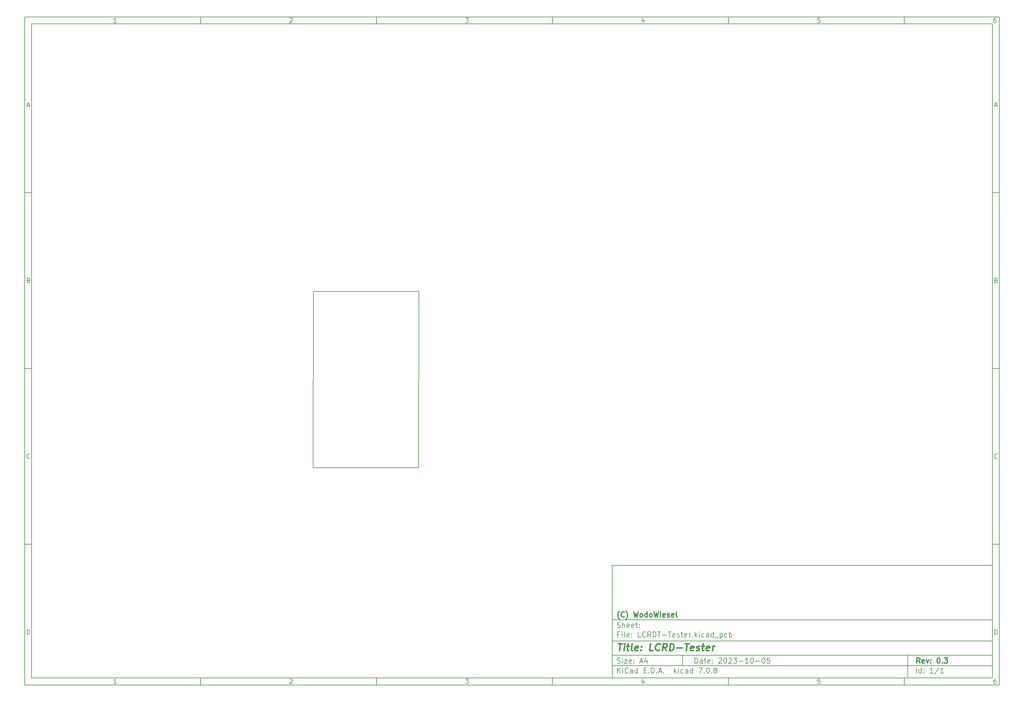
<source format=gbr>
%TF.GenerationSoftware,KiCad,Pcbnew,7.0.8*%
%TF.CreationDate,2023-10-14T20:08:13+02:00*%
%TF.ProjectId,LCRDT-Tester,4c435244-542d-4546-9573-7465722e6b69,0.3*%
%TF.SameCoordinates,Original*%
%TF.FileFunction,Glue,Bot*%
%TF.FilePolarity,Positive*%
%FSLAX46Y46*%
G04 Gerber Fmt 4.6, Leading zero omitted, Abs format (unit mm)*
G04 Created by KiCad (PCBNEW 7.0.8) date 2023-10-14 20:08:13*
%MOMM*%
%LPD*%
G01*
G04 APERTURE LIST*
%ADD10C,0.100000*%
%ADD11C,0.150000*%
%ADD12C,0.300000*%
%ADD13C,0.400000*%
%TA.AperFunction,Profile*%
%ADD14C,0.150000*%
%TD*%
G04 APERTURE END LIST*
D10*
D11*
X177002200Y-166007200D02*
X285002200Y-166007200D01*
X285002200Y-198007200D01*
X177002200Y-198007200D01*
X177002200Y-166007200D01*
D10*
D11*
X10000000Y-10000000D02*
X287002200Y-10000000D01*
X287002200Y-200007200D01*
X10000000Y-200007200D01*
X10000000Y-10000000D01*
D10*
D11*
X12000000Y-12000000D02*
X285002200Y-12000000D01*
X285002200Y-198007200D01*
X12000000Y-198007200D01*
X12000000Y-12000000D01*
D10*
D11*
X60000000Y-12000000D02*
X60000000Y-10000000D01*
D10*
D11*
X110000000Y-12000000D02*
X110000000Y-10000000D01*
D10*
D11*
X160000000Y-12000000D02*
X160000000Y-10000000D01*
D10*
D11*
X210000000Y-12000000D02*
X210000000Y-10000000D01*
D10*
D11*
X260000000Y-12000000D02*
X260000000Y-10000000D01*
D10*
D11*
X36089160Y-11593604D02*
X35346303Y-11593604D01*
X35717731Y-11593604D02*
X35717731Y-10293604D01*
X35717731Y-10293604D02*
X35593922Y-10479319D01*
X35593922Y-10479319D02*
X35470112Y-10603128D01*
X35470112Y-10603128D02*
X35346303Y-10665033D01*
D10*
D11*
X85346303Y-10417414D02*
X85408207Y-10355509D01*
X85408207Y-10355509D02*
X85532017Y-10293604D01*
X85532017Y-10293604D02*
X85841541Y-10293604D01*
X85841541Y-10293604D02*
X85965350Y-10355509D01*
X85965350Y-10355509D02*
X86027255Y-10417414D01*
X86027255Y-10417414D02*
X86089160Y-10541223D01*
X86089160Y-10541223D02*
X86089160Y-10665033D01*
X86089160Y-10665033D02*
X86027255Y-10850747D01*
X86027255Y-10850747D02*
X85284398Y-11593604D01*
X85284398Y-11593604D02*
X86089160Y-11593604D01*
D10*
D11*
X135284398Y-10293604D02*
X136089160Y-10293604D01*
X136089160Y-10293604D02*
X135655826Y-10788842D01*
X135655826Y-10788842D02*
X135841541Y-10788842D01*
X135841541Y-10788842D02*
X135965350Y-10850747D01*
X135965350Y-10850747D02*
X136027255Y-10912652D01*
X136027255Y-10912652D02*
X136089160Y-11036461D01*
X136089160Y-11036461D02*
X136089160Y-11345985D01*
X136089160Y-11345985D02*
X136027255Y-11469795D01*
X136027255Y-11469795D02*
X135965350Y-11531700D01*
X135965350Y-11531700D02*
X135841541Y-11593604D01*
X135841541Y-11593604D02*
X135470112Y-11593604D01*
X135470112Y-11593604D02*
X135346303Y-11531700D01*
X135346303Y-11531700D02*
X135284398Y-11469795D01*
D10*
D11*
X185965350Y-10726938D02*
X185965350Y-11593604D01*
X185655826Y-10231700D02*
X185346303Y-11160271D01*
X185346303Y-11160271D02*
X186151064Y-11160271D01*
D10*
D11*
X236027255Y-10293604D02*
X235408207Y-10293604D01*
X235408207Y-10293604D02*
X235346303Y-10912652D01*
X235346303Y-10912652D02*
X235408207Y-10850747D01*
X235408207Y-10850747D02*
X235532017Y-10788842D01*
X235532017Y-10788842D02*
X235841541Y-10788842D01*
X235841541Y-10788842D02*
X235965350Y-10850747D01*
X235965350Y-10850747D02*
X236027255Y-10912652D01*
X236027255Y-10912652D02*
X236089160Y-11036461D01*
X236089160Y-11036461D02*
X236089160Y-11345985D01*
X236089160Y-11345985D02*
X236027255Y-11469795D01*
X236027255Y-11469795D02*
X235965350Y-11531700D01*
X235965350Y-11531700D02*
X235841541Y-11593604D01*
X235841541Y-11593604D02*
X235532017Y-11593604D01*
X235532017Y-11593604D02*
X235408207Y-11531700D01*
X235408207Y-11531700D02*
X235346303Y-11469795D01*
D10*
D11*
X285965350Y-10293604D02*
X285717731Y-10293604D01*
X285717731Y-10293604D02*
X285593922Y-10355509D01*
X285593922Y-10355509D02*
X285532017Y-10417414D01*
X285532017Y-10417414D02*
X285408207Y-10603128D01*
X285408207Y-10603128D02*
X285346303Y-10850747D01*
X285346303Y-10850747D02*
X285346303Y-11345985D01*
X285346303Y-11345985D02*
X285408207Y-11469795D01*
X285408207Y-11469795D02*
X285470112Y-11531700D01*
X285470112Y-11531700D02*
X285593922Y-11593604D01*
X285593922Y-11593604D02*
X285841541Y-11593604D01*
X285841541Y-11593604D02*
X285965350Y-11531700D01*
X285965350Y-11531700D02*
X286027255Y-11469795D01*
X286027255Y-11469795D02*
X286089160Y-11345985D01*
X286089160Y-11345985D02*
X286089160Y-11036461D01*
X286089160Y-11036461D02*
X286027255Y-10912652D01*
X286027255Y-10912652D02*
X285965350Y-10850747D01*
X285965350Y-10850747D02*
X285841541Y-10788842D01*
X285841541Y-10788842D02*
X285593922Y-10788842D01*
X285593922Y-10788842D02*
X285470112Y-10850747D01*
X285470112Y-10850747D02*
X285408207Y-10912652D01*
X285408207Y-10912652D02*
X285346303Y-11036461D01*
D10*
D11*
X60000000Y-198007200D02*
X60000000Y-200007200D01*
D10*
D11*
X110000000Y-198007200D02*
X110000000Y-200007200D01*
D10*
D11*
X160000000Y-198007200D02*
X160000000Y-200007200D01*
D10*
D11*
X210000000Y-198007200D02*
X210000000Y-200007200D01*
D10*
D11*
X260000000Y-198007200D02*
X260000000Y-200007200D01*
D10*
D11*
X36089160Y-199600804D02*
X35346303Y-199600804D01*
X35717731Y-199600804D02*
X35717731Y-198300804D01*
X35717731Y-198300804D02*
X35593922Y-198486519D01*
X35593922Y-198486519D02*
X35470112Y-198610328D01*
X35470112Y-198610328D02*
X35346303Y-198672233D01*
D10*
D11*
X85346303Y-198424614D02*
X85408207Y-198362709D01*
X85408207Y-198362709D02*
X85532017Y-198300804D01*
X85532017Y-198300804D02*
X85841541Y-198300804D01*
X85841541Y-198300804D02*
X85965350Y-198362709D01*
X85965350Y-198362709D02*
X86027255Y-198424614D01*
X86027255Y-198424614D02*
X86089160Y-198548423D01*
X86089160Y-198548423D02*
X86089160Y-198672233D01*
X86089160Y-198672233D02*
X86027255Y-198857947D01*
X86027255Y-198857947D02*
X85284398Y-199600804D01*
X85284398Y-199600804D02*
X86089160Y-199600804D01*
D10*
D11*
X135284398Y-198300804D02*
X136089160Y-198300804D01*
X136089160Y-198300804D02*
X135655826Y-198796042D01*
X135655826Y-198796042D02*
X135841541Y-198796042D01*
X135841541Y-198796042D02*
X135965350Y-198857947D01*
X135965350Y-198857947D02*
X136027255Y-198919852D01*
X136027255Y-198919852D02*
X136089160Y-199043661D01*
X136089160Y-199043661D02*
X136089160Y-199353185D01*
X136089160Y-199353185D02*
X136027255Y-199476995D01*
X136027255Y-199476995D02*
X135965350Y-199538900D01*
X135965350Y-199538900D02*
X135841541Y-199600804D01*
X135841541Y-199600804D02*
X135470112Y-199600804D01*
X135470112Y-199600804D02*
X135346303Y-199538900D01*
X135346303Y-199538900D02*
X135284398Y-199476995D01*
D10*
D11*
X185965350Y-198734138D02*
X185965350Y-199600804D01*
X185655826Y-198238900D02*
X185346303Y-199167471D01*
X185346303Y-199167471D02*
X186151064Y-199167471D01*
D10*
D11*
X236027255Y-198300804D02*
X235408207Y-198300804D01*
X235408207Y-198300804D02*
X235346303Y-198919852D01*
X235346303Y-198919852D02*
X235408207Y-198857947D01*
X235408207Y-198857947D02*
X235532017Y-198796042D01*
X235532017Y-198796042D02*
X235841541Y-198796042D01*
X235841541Y-198796042D02*
X235965350Y-198857947D01*
X235965350Y-198857947D02*
X236027255Y-198919852D01*
X236027255Y-198919852D02*
X236089160Y-199043661D01*
X236089160Y-199043661D02*
X236089160Y-199353185D01*
X236089160Y-199353185D02*
X236027255Y-199476995D01*
X236027255Y-199476995D02*
X235965350Y-199538900D01*
X235965350Y-199538900D02*
X235841541Y-199600804D01*
X235841541Y-199600804D02*
X235532017Y-199600804D01*
X235532017Y-199600804D02*
X235408207Y-199538900D01*
X235408207Y-199538900D02*
X235346303Y-199476995D01*
D10*
D11*
X285965350Y-198300804D02*
X285717731Y-198300804D01*
X285717731Y-198300804D02*
X285593922Y-198362709D01*
X285593922Y-198362709D02*
X285532017Y-198424614D01*
X285532017Y-198424614D02*
X285408207Y-198610328D01*
X285408207Y-198610328D02*
X285346303Y-198857947D01*
X285346303Y-198857947D02*
X285346303Y-199353185D01*
X285346303Y-199353185D02*
X285408207Y-199476995D01*
X285408207Y-199476995D02*
X285470112Y-199538900D01*
X285470112Y-199538900D02*
X285593922Y-199600804D01*
X285593922Y-199600804D02*
X285841541Y-199600804D01*
X285841541Y-199600804D02*
X285965350Y-199538900D01*
X285965350Y-199538900D02*
X286027255Y-199476995D01*
X286027255Y-199476995D02*
X286089160Y-199353185D01*
X286089160Y-199353185D02*
X286089160Y-199043661D01*
X286089160Y-199043661D02*
X286027255Y-198919852D01*
X286027255Y-198919852D02*
X285965350Y-198857947D01*
X285965350Y-198857947D02*
X285841541Y-198796042D01*
X285841541Y-198796042D02*
X285593922Y-198796042D01*
X285593922Y-198796042D02*
X285470112Y-198857947D01*
X285470112Y-198857947D02*
X285408207Y-198919852D01*
X285408207Y-198919852D02*
X285346303Y-199043661D01*
D10*
D11*
X10000000Y-60000000D02*
X12000000Y-60000000D01*
D10*
D11*
X10000000Y-110000000D02*
X12000000Y-110000000D01*
D10*
D11*
X10000000Y-160000000D02*
X12000000Y-160000000D01*
D10*
D11*
X10690476Y-35222176D02*
X11309523Y-35222176D01*
X10566666Y-35593604D02*
X10999999Y-34293604D01*
X10999999Y-34293604D02*
X11433333Y-35593604D01*
D10*
D11*
X11092857Y-84912652D02*
X11278571Y-84974557D01*
X11278571Y-84974557D02*
X11340476Y-85036461D01*
X11340476Y-85036461D02*
X11402380Y-85160271D01*
X11402380Y-85160271D02*
X11402380Y-85345985D01*
X11402380Y-85345985D02*
X11340476Y-85469795D01*
X11340476Y-85469795D02*
X11278571Y-85531700D01*
X11278571Y-85531700D02*
X11154761Y-85593604D01*
X11154761Y-85593604D02*
X10659523Y-85593604D01*
X10659523Y-85593604D02*
X10659523Y-84293604D01*
X10659523Y-84293604D02*
X11092857Y-84293604D01*
X11092857Y-84293604D02*
X11216666Y-84355509D01*
X11216666Y-84355509D02*
X11278571Y-84417414D01*
X11278571Y-84417414D02*
X11340476Y-84541223D01*
X11340476Y-84541223D02*
X11340476Y-84665033D01*
X11340476Y-84665033D02*
X11278571Y-84788842D01*
X11278571Y-84788842D02*
X11216666Y-84850747D01*
X11216666Y-84850747D02*
X11092857Y-84912652D01*
X11092857Y-84912652D02*
X10659523Y-84912652D01*
D10*
D11*
X11402380Y-135469795D02*
X11340476Y-135531700D01*
X11340476Y-135531700D02*
X11154761Y-135593604D01*
X11154761Y-135593604D02*
X11030952Y-135593604D01*
X11030952Y-135593604D02*
X10845238Y-135531700D01*
X10845238Y-135531700D02*
X10721428Y-135407890D01*
X10721428Y-135407890D02*
X10659523Y-135284080D01*
X10659523Y-135284080D02*
X10597619Y-135036461D01*
X10597619Y-135036461D02*
X10597619Y-134850747D01*
X10597619Y-134850747D02*
X10659523Y-134603128D01*
X10659523Y-134603128D02*
X10721428Y-134479319D01*
X10721428Y-134479319D02*
X10845238Y-134355509D01*
X10845238Y-134355509D02*
X11030952Y-134293604D01*
X11030952Y-134293604D02*
X11154761Y-134293604D01*
X11154761Y-134293604D02*
X11340476Y-134355509D01*
X11340476Y-134355509D02*
X11402380Y-134417414D01*
D10*
D11*
X10659523Y-185593604D02*
X10659523Y-184293604D01*
X10659523Y-184293604D02*
X10969047Y-184293604D01*
X10969047Y-184293604D02*
X11154761Y-184355509D01*
X11154761Y-184355509D02*
X11278571Y-184479319D01*
X11278571Y-184479319D02*
X11340476Y-184603128D01*
X11340476Y-184603128D02*
X11402380Y-184850747D01*
X11402380Y-184850747D02*
X11402380Y-185036461D01*
X11402380Y-185036461D02*
X11340476Y-185284080D01*
X11340476Y-185284080D02*
X11278571Y-185407890D01*
X11278571Y-185407890D02*
X11154761Y-185531700D01*
X11154761Y-185531700D02*
X10969047Y-185593604D01*
X10969047Y-185593604D02*
X10659523Y-185593604D01*
D10*
D11*
X287002200Y-60000000D02*
X285002200Y-60000000D01*
D10*
D11*
X287002200Y-110000000D02*
X285002200Y-110000000D01*
D10*
D11*
X287002200Y-160000000D02*
X285002200Y-160000000D01*
D10*
D11*
X285692676Y-35222176D02*
X286311723Y-35222176D01*
X285568866Y-35593604D02*
X286002199Y-34293604D01*
X286002199Y-34293604D02*
X286435533Y-35593604D01*
D10*
D11*
X286095057Y-84912652D02*
X286280771Y-84974557D01*
X286280771Y-84974557D02*
X286342676Y-85036461D01*
X286342676Y-85036461D02*
X286404580Y-85160271D01*
X286404580Y-85160271D02*
X286404580Y-85345985D01*
X286404580Y-85345985D02*
X286342676Y-85469795D01*
X286342676Y-85469795D02*
X286280771Y-85531700D01*
X286280771Y-85531700D02*
X286156961Y-85593604D01*
X286156961Y-85593604D02*
X285661723Y-85593604D01*
X285661723Y-85593604D02*
X285661723Y-84293604D01*
X285661723Y-84293604D02*
X286095057Y-84293604D01*
X286095057Y-84293604D02*
X286218866Y-84355509D01*
X286218866Y-84355509D02*
X286280771Y-84417414D01*
X286280771Y-84417414D02*
X286342676Y-84541223D01*
X286342676Y-84541223D02*
X286342676Y-84665033D01*
X286342676Y-84665033D02*
X286280771Y-84788842D01*
X286280771Y-84788842D02*
X286218866Y-84850747D01*
X286218866Y-84850747D02*
X286095057Y-84912652D01*
X286095057Y-84912652D02*
X285661723Y-84912652D01*
D10*
D11*
X286404580Y-135469795D02*
X286342676Y-135531700D01*
X286342676Y-135531700D02*
X286156961Y-135593604D01*
X286156961Y-135593604D02*
X286033152Y-135593604D01*
X286033152Y-135593604D02*
X285847438Y-135531700D01*
X285847438Y-135531700D02*
X285723628Y-135407890D01*
X285723628Y-135407890D02*
X285661723Y-135284080D01*
X285661723Y-135284080D02*
X285599819Y-135036461D01*
X285599819Y-135036461D02*
X285599819Y-134850747D01*
X285599819Y-134850747D02*
X285661723Y-134603128D01*
X285661723Y-134603128D02*
X285723628Y-134479319D01*
X285723628Y-134479319D02*
X285847438Y-134355509D01*
X285847438Y-134355509D02*
X286033152Y-134293604D01*
X286033152Y-134293604D02*
X286156961Y-134293604D01*
X286156961Y-134293604D02*
X286342676Y-134355509D01*
X286342676Y-134355509D02*
X286404580Y-134417414D01*
D10*
D11*
X285661723Y-185593604D02*
X285661723Y-184293604D01*
X285661723Y-184293604D02*
X285971247Y-184293604D01*
X285971247Y-184293604D02*
X286156961Y-184355509D01*
X286156961Y-184355509D02*
X286280771Y-184479319D01*
X286280771Y-184479319D02*
X286342676Y-184603128D01*
X286342676Y-184603128D02*
X286404580Y-184850747D01*
X286404580Y-184850747D02*
X286404580Y-185036461D01*
X286404580Y-185036461D02*
X286342676Y-185284080D01*
X286342676Y-185284080D02*
X286280771Y-185407890D01*
X286280771Y-185407890D02*
X286156961Y-185531700D01*
X286156961Y-185531700D02*
X285971247Y-185593604D01*
X285971247Y-185593604D02*
X285661723Y-185593604D01*
D10*
D11*
X200458026Y-193793328D02*
X200458026Y-192293328D01*
X200458026Y-192293328D02*
X200815169Y-192293328D01*
X200815169Y-192293328D02*
X201029455Y-192364757D01*
X201029455Y-192364757D02*
X201172312Y-192507614D01*
X201172312Y-192507614D02*
X201243741Y-192650471D01*
X201243741Y-192650471D02*
X201315169Y-192936185D01*
X201315169Y-192936185D02*
X201315169Y-193150471D01*
X201315169Y-193150471D02*
X201243741Y-193436185D01*
X201243741Y-193436185D02*
X201172312Y-193579042D01*
X201172312Y-193579042D02*
X201029455Y-193721900D01*
X201029455Y-193721900D02*
X200815169Y-193793328D01*
X200815169Y-193793328D02*
X200458026Y-193793328D01*
X202600884Y-193793328D02*
X202600884Y-193007614D01*
X202600884Y-193007614D02*
X202529455Y-192864757D01*
X202529455Y-192864757D02*
X202386598Y-192793328D01*
X202386598Y-192793328D02*
X202100884Y-192793328D01*
X202100884Y-192793328D02*
X201958026Y-192864757D01*
X202600884Y-193721900D02*
X202458026Y-193793328D01*
X202458026Y-193793328D02*
X202100884Y-193793328D01*
X202100884Y-193793328D02*
X201958026Y-193721900D01*
X201958026Y-193721900D02*
X201886598Y-193579042D01*
X201886598Y-193579042D02*
X201886598Y-193436185D01*
X201886598Y-193436185D02*
X201958026Y-193293328D01*
X201958026Y-193293328D02*
X202100884Y-193221900D01*
X202100884Y-193221900D02*
X202458026Y-193221900D01*
X202458026Y-193221900D02*
X202600884Y-193150471D01*
X203100884Y-192793328D02*
X203672312Y-192793328D01*
X203315169Y-192293328D02*
X203315169Y-193579042D01*
X203315169Y-193579042D02*
X203386598Y-193721900D01*
X203386598Y-193721900D02*
X203529455Y-193793328D01*
X203529455Y-193793328D02*
X203672312Y-193793328D01*
X204743741Y-193721900D02*
X204600884Y-193793328D01*
X204600884Y-193793328D02*
X204315170Y-193793328D01*
X204315170Y-193793328D02*
X204172312Y-193721900D01*
X204172312Y-193721900D02*
X204100884Y-193579042D01*
X204100884Y-193579042D02*
X204100884Y-193007614D01*
X204100884Y-193007614D02*
X204172312Y-192864757D01*
X204172312Y-192864757D02*
X204315170Y-192793328D01*
X204315170Y-192793328D02*
X204600884Y-192793328D01*
X204600884Y-192793328D02*
X204743741Y-192864757D01*
X204743741Y-192864757D02*
X204815170Y-193007614D01*
X204815170Y-193007614D02*
X204815170Y-193150471D01*
X204815170Y-193150471D02*
X204100884Y-193293328D01*
X205458026Y-193650471D02*
X205529455Y-193721900D01*
X205529455Y-193721900D02*
X205458026Y-193793328D01*
X205458026Y-193793328D02*
X205386598Y-193721900D01*
X205386598Y-193721900D02*
X205458026Y-193650471D01*
X205458026Y-193650471D02*
X205458026Y-193793328D01*
X205458026Y-192864757D02*
X205529455Y-192936185D01*
X205529455Y-192936185D02*
X205458026Y-193007614D01*
X205458026Y-193007614D02*
X205386598Y-192936185D01*
X205386598Y-192936185D02*
X205458026Y-192864757D01*
X205458026Y-192864757D02*
X205458026Y-193007614D01*
X207243741Y-192436185D02*
X207315169Y-192364757D01*
X207315169Y-192364757D02*
X207458027Y-192293328D01*
X207458027Y-192293328D02*
X207815169Y-192293328D01*
X207815169Y-192293328D02*
X207958027Y-192364757D01*
X207958027Y-192364757D02*
X208029455Y-192436185D01*
X208029455Y-192436185D02*
X208100884Y-192579042D01*
X208100884Y-192579042D02*
X208100884Y-192721900D01*
X208100884Y-192721900D02*
X208029455Y-192936185D01*
X208029455Y-192936185D02*
X207172312Y-193793328D01*
X207172312Y-193793328D02*
X208100884Y-193793328D01*
X209029455Y-192293328D02*
X209172312Y-192293328D01*
X209172312Y-192293328D02*
X209315169Y-192364757D01*
X209315169Y-192364757D02*
X209386598Y-192436185D01*
X209386598Y-192436185D02*
X209458026Y-192579042D01*
X209458026Y-192579042D02*
X209529455Y-192864757D01*
X209529455Y-192864757D02*
X209529455Y-193221900D01*
X209529455Y-193221900D02*
X209458026Y-193507614D01*
X209458026Y-193507614D02*
X209386598Y-193650471D01*
X209386598Y-193650471D02*
X209315169Y-193721900D01*
X209315169Y-193721900D02*
X209172312Y-193793328D01*
X209172312Y-193793328D02*
X209029455Y-193793328D01*
X209029455Y-193793328D02*
X208886598Y-193721900D01*
X208886598Y-193721900D02*
X208815169Y-193650471D01*
X208815169Y-193650471D02*
X208743740Y-193507614D01*
X208743740Y-193507614D02*
X208672312Y-193221900D01*
X208672312Y-193221900D02*
X208672312Y-192864757D01*
X208672312Y-192864757D02*
X208743740Y-192579042D01*
X208743740Y-192579042D02*
X208815169Y-192436185D01*
X208815169Y-192436185D02*
X208886598Y-192364757D01*
X208886598Y-192364757D02*
X209029455Y-192293328D01*
X210100883Y-192436185D02*
X210172311Y-192364757D01*
X210172311Y-192364757D02*
X210315169Y-192293328D01*
X210315169Y-192293328D02*
X210672311Y-192293328D01*
X210672311Y-192293328D02*
X210815169Y-192364757D01*
X210815169Y-192364757D02*
X210886597Y-192436185D01*
X210886597Y-192436185D02*
X210958026Y-192579042D01*
X210958026Y-192579042D02*
X210958026Y-192721900D01*
X210958026Y-192721900D02*
X210886597Y-192936185D01*
X210886597Y-192936185D02*
X210029454Y-193793328D01*
X210029454Y-193793328D02*
X210958026Y-193793328D01*
X211458025Y-192293328D02*
X212386597Y-192293328D01*
X212386597Y-192293328D02*
X211886597Y-192864757D01*
X211886597Y-192864757D02*
X212100882Y-192864757D01*
X212100882Y-192864757D02*
X212243740Y-192936185D01*
X212243740Y-192936185D02*
X212315168Y-193007614D01*
X212315168Y-193007614D02*
X212386597Y-193150471D01*
X212386597Y-193150471D02*
X212386597Y-193507614D01*
X212386597Y-193507614D02*
X212315168Y-193650471D01*
X212315168Y-193650471D02*
X212243740Y-193721900D01*
X212243740Y-193721900D02*
X212100882Y-193793328D01*
X212100882Y-193793328D02*
X211672311Y-193793328D01*
X211672311Y-193793328D02*
X211529454Y-193721900D01*
X211529454Y-193721900D02*
X211458025Y-193650471D01*
X213029453Y-193221900D02*
X214172311Y-193221900D01*
X215672311Y-193793328D02*
X214815168Y-193793328D01*
X215243739Y-193793328D02*
X215243739Y-192293328D01*
X215243739Y-192293328D02*
X215100882Y-192507614D01*
X215100882Y-192507614D02*
X214958025Y-192650471D01*
X214958025Y-192650471D02*
X214815168Y-192721900D01*
X216600882Y-192293328D02*
X216743739Y-192293328D01*
X216743739Y-192293328D02*
X216886596Y-192364757D01*
X216886596Y-192364757D02*
X216958025Y-192436185D01*
X216958025Y-192436185D02*
X217029453Y-192579042D01*
X217029453Y-192579042D02*
X217100882Y-192864757D01*
X217100882Y-192864757D02*
X217100882Y-193221900D01*
X217100882Y-193221900D02*
X217029453Y-193507614D01*
X217029453Y-193507614D02*
X216958025Y-193650471D01*
X216958025Y-193650471D02*
X216886596Y-193721900D01*
X216886596Y-193721900D02*
X216743739Y-193793328D01*
X216743739Y-193793328D02*
X216600882Y-193793328D01*
X216600882Y-193793328D02*
X216458025Y-193721900D01*
X216458025Y-193721900D02*
X216386596Y-193650471D01*
X216386596Y-193650471D02*
X216315167Y-193507614D01*
X216315167Y-193507614D02*
X216243739Y-193221900D01*
X216243739Y-193221900D02*
X216243739Y-192864757D01*
X216243739Y-192864757D02*
X216315167Y-192579042D01*
X216315167Y-192579042D02*
X216386596Y-192436185D01*
X216386596Y-192436185D02*
X216458025Y-192364757D01*
X216458025Y-192364757D02*
X216600882Y-192293328D01*
X217743738Y-193221900D02*
X218886596Y-193221900D01*
X219886596Y-192293328D02*
X220029453Y-192293328D01*
X220029453Y-192293328D02*
X220172310Y-192364757D01*
X220172310Y-192364757D02*
X220243739Y-192436185D01*
X220243739Y-192436185D02*
X220315167Y-192579042D01*
X220315167Y-192579042D02*
X220386596Y-192864757D01*
X220386596Y-192864757D02*
X220386596Y-193221900D01*
X220386596Y-193221900D02*
X220315167Y-193507614D01*
X220315167Y-193507614D02*
X220243739Y-193650471D01*
X220243739Y-193650471D02*
X220172310Y-193721900D01*
X220172310Y-193721900D02*
X220029453Y-193793328D01*
X220029453Y-193793328D02*
X219886596Y-193793328D01*
X219886596Y-193793328D02*
X219743739Y-193721900D01*
X219743739Y-193721900D02*
X219672310Y-193650471D01*
X219672310Y-193650471D02*
X219600881Y-193507614D01*
X219600881Y-193507614D02*
X219529453Y-193221900D01*
X219529453Y-193221900D02*
X219529453Y-192864757D01*
X219529453Y-192864757D02*
X219600881Y-192579042D01*
X219600881Y-192579042D02*
X219672310Y-192436185D01*
X219672310Y-192436185D02*
X219743739Y-192364757D01*
X219743739Y-192364757D02*
X219886596Y-192293328D01*
X221743738Y-192293328D02*
X221029452Y-192293328D01*
X221029452Y-192293328D02*
X220958024Y-193007614D01*
X220958024Y-193007614D02*
X221029452Y-192936185D01*
X221029452Y-192936185D02*
X221172310Y-192864757D01*
X221172310Y-192864757D02*
X221529452Y-192864757D01*
X221529452Y-192864757D02*
X221672310Y-192936185D01*
X221672310Y-192936185D02*
X221743738Y-193007614D01*
X221743738Y-193007614D02*
X221815167Y-193150471D01*
X221815167Y-193150471D02*
X221815167Y-193507614D01*
X221815167Y-193507614D02*
X221743738Y-193650471D01*
X221743738Y-193650471D02*
X221672310Y-193721900D01*
X221672310Y-193721900D02*
X221529452Y-193793328D01*
X221529452Y-193793328D02*
X221172310Y-193793328D01*
X221172310Y-193793328D02*
X221029452Y-193721900D01*
X221029452Y-193721900D02*
X220958024Y-193650471D01*
D10*
D11*
X177002200Y-194507200D02*
X285002200Y-194507200D01*
D10*
D11*
X178458026Y-196593328D02*
X178458026Y-195093328D01*
X179315169Y-196593328D02*
X178672312Y-195736185D01*
X179315169Y-195093328D02*
X178458026Y-195950471D01*
X179958026Y-196593328D02*
X179958026Y-195593328D01*
X179958026Y-195093328D02*
X179886598Y-195164757D01*
X179886598Y-195164757D02*
X179958026Y-195236185D01*
X179958026Y-195236185D02*
X180029455Y-195164757D01*
X180029455Y-195164757D02*
X179958026Y-195093328D01*
X179958026Y-195093328D02*
X179958026Y-195236185D01*
X181529455Y-196450471D02*
X181458027Y-196521900D01*
X181458027Y-196521900D02*
X181243741Y-196593328D01*
X181243741Y-196593328D02*
X181100884Y-196593328D01*
X181100884Y-196593328D02*
X180886598Y-196521900D01*
X180886598Y-196521900D02*
X180743741Y-196379042D01*
X180743741Y-196379042D02*
X180672312Y-196236185D01*
X180672312Y-196236185D02*
X180600884Y-195950471D01*
X180600884Y-195950471D02*
X180600884Y-195736185D01*
X180600884Y-195736185D02*
X180672312Y-195450471D01*
X180672312Y-195450471D02*
X180743741Y-195307614D01*
X180743741Y-195307614D02*
X180886598Y-195164757D01*
X180886598Y-195164757D02*
X181100884Y-195093328D01*
X181100884Y-195093328D02*
X181243741Y-195093328D01*
X181243741Y-195093328D02*
X181458027Y-195164757D01*
X181458027Y-195164757D02*
X181529455Y-195236185D01*
X182815170Y-196593328D02*
X182815170Y-195807614D01*
X182815170Y-195807614D02*
X182743741Y-195664757D01*
X182743741Y-195664757D02*
X182600884Y-195593328D01*
X182600884Y-195593328D02*
X182315170Y-195593328D01*
X182315170Y-195593328D02*
X182172312Y-195664757D01*
X182815170Y-196521900D02*
X182672312Y-196593328D01*
X182672312Y-196593328D02*
X182315170Y-196593328D01*
X182315170Y-196593328D02*
X182172312Y-196521900D01*
X182172312Y-196521900D02*
X182100884Y-196379042D01*
X182100884Y-196379042D02*
X182100884Y-196236185D01*
X182100884Y-196236185D02*
X182172312Y-196093328D01*
X182172312Y-196093328D02*
X182315170Y-196021900D01*
X182315170Y-196021900D02*
X182672312Y-196021900D01*
X182672312Y-196021900D02*
X182815170Y-195950471D01*
X184172313Y-196593328D02*
X184172313Y-195093328D01*
X184172313Y-196521900D02*
X184029455Y-196593328D01*
X184029455Y-196593328D02*
X183743741Y-196593328D01*
X183743741Y-196593328D02*
X183600884Y-196521900D01*
X183600884Y-196521900D02*
X183529455Y-196450471D01*
X183529455Y-196450471D02*
X183458027Y-196307614D01*
X183458027Y-196307614D02*
X183458027Y-195879042D01*
X183458027Y-195879042D02*
X183529455Y-195736185D01*
X183529455Y-195736185D02*
X183600884Y-195664757D01*
X183600884Y-195664757D02*
X183743741Y-195593328D01*
X183743741Y-195593328D02*
X184029455Y-195593328D01*
X184029455Y-195593328D02*
X184172313Y-195664757D01*
X186029455Y-195807614D02*
X186529455Y-195807614D01*
X186743741Y-196593328D02*
X186029455Y-196593328D01*
X186029455Y-196593328D02*
X186029455Y-195093328D01*
X186029455Y-195093328D02*
X186743741Y-195093328D01*
X187386598Y-196450471D02*
X187458027Y-196521900D01*
X187458027Y-196521900D02*
X187386598Y-196593328D01*
X187386598Y-196593328D02*
X187315170Y-196521900D01*
X187315170Y-196521900D02*
X187386598Y-196450471D01*
X187386598Y-196450471D02*
X187386598Y-196593328D01*
X188100884Y-196593328D02*
X188100884Y-195093328D01*
X188100884Y-195093328D02*
X188458027Y-195093328D01*
X188458027Y-195093328D02*
X188672313Y-195164757D01*
X188672313Y-195164757D02*
X188815170Y-195307614D01*
X188815170Y-195307614D02*
X188886599Y-195450471D01*
X188886599Y-195450471D02*
X188958027Y-195736185D01*
X188958027Y-195736185D02*
X188958027Y-195950471D01*
X188958027Y-195950471D02*
X188886599Y-196236185D01*
X188886599Y-196236185D02*
X188815170Y-196379042D01*
X188815170Y-196379042D02*
X188672313Y-196521900D01*
X188672313Y-196521900D02*
X188458027Y-196593328D01*
X188458027Y-196593328D02*
X188100884Y-196593328D01*
X189600884Y-196450471D02*
X189672313Y-196521900D01*
X189672313Y-196521900D02*
X189600884Y-196593328D01*
X189600884Y-196593328D02*
X189529456Y-196521900D01*
X189529456Y-196521900D02*
X189600884Y-196450471D01*
X189600884Y-196450471D02*
X189600884Y-196593328D01*
X190243742Y-196164757D02*
X190958028Y-196164757D01*
X190100885Y-196593328D02*
X190600885Y-195093328D01*
X190600885Y-195093328D02*
X191100885Y-196593328D01*
X191600884Y-196450471D02*
X191672313Y-196521900D01*
X191672313Y-196521900D02*
X191600884Y-196593328D01*
X191600884Y-196593328D02*
X191529456Y-196521900D01*
X191529456Y-196521900D02*
X191600884Y-196450471D01*
X191600884Y-196450471D02*
X191600884Y-196593328D01*
X194600884Y-196593328D02*
X194600884Y-195093328D01*
X194743742Y-196021900D02*
X195172313Y-196593328D01*
X195172313Y-195593328D02*
X194600884Y-196164757D01*
X195815170Y-196593328D02*
X195815170Y-195593328D01*
X195815170Y-195093328D02*
X195743742Y-195164757D01*
X195743742Y-195164757D02*
X195815170Y-195236185D01*
X195815170Y-195236185D02*
X195886599Y-195164757D01*
X195886599Y-195164757D02*
X195815170Y-195093328D01*
X195815170Y-195093328D02*
X195815170Y-195236185D01*
X197172314Y-196521900D02*
X197029456Y-196593328D01*
X197029456Y-196593328D02*
X196743742Y-196593328D01*
X196743742Y-196593328D02*
X196600885Y-196521900D01*
X196600885Y-196521900D02*
X196529456Y-196450471D01*
X196529456Y-196450471D02*
X196458028Y-196307614D01*
X196458028Y-196307614D02*
X196458028Y-195879042D01*
X196458028Y-195879042D02*
X196529456Y-195736185D01*
X196529456Y-195736185D02*
X196600885Y-195664757D01*
X196600885Y-195664757D02*
X196743742Y-195593328D01*
X196743742Y-195593328D02*
X197029456Y-195593328D01*
X197029456Y-195593328D02*
X197172314Y-195664757D01*
X198458028Y-196593328D02*
X198458028Y-195807614D01*
X198458028Y-195807614D02*
X198386599Y-195664757D01*
X198386599Y-195664757D02*
X198243742Y-195593328D01*
X198243742Y-195593328D02*
X197958028Y-195593328D01*
X197958028Y-195593328D02*
X197815170Y-195664757D01*
X198458028Y-196521900D02*
X198315170Y-196593328D01*
X198315170Y-196593328D02*
X197958028Y-196593328D01*
X197958028Y-196593328D02*
X197815170Y-196521900D01*
X197815170Y-196521900D02*
X197743742Y-196379042D01*
X197743742Y-196379042D02*
X197743742Y-196236185D01*
X197743742Y-196236185D02*
X197815170Y-196093328D01*
X197815170Y-196093328D02*
X197958028Y-196021900D01*
X197958028Y-196021900D02*
X198315170Y-196021900D01*
X198315170Y-196021900D02*
X198458028Y-195950471D01*
X199815171Y-196593328D02*
X199815171Y-195093328D01*
X199815171Y-196521900D02*
X199672313Y-196593328D01*
X199672313Y-196593328D02*
X199386599Y-196593328D01*
X199386599Y-196593328D02*
X199243742Y-196521900D01*
X199243742Y-196521900D02*
X199172313Y-196450471D01*
X199172313Y-196450471D02*
X199100885Y-196307614D01*
X199100885Y-196307614D02*
X199100885Y-195879042D01*
X199100885Y-195879042D02*
X199172313Y-195736185D01*
X199172313Y-195736185D02*
X199243742Y-195664757D01*
X199243742Y-195664757D02*
X199386599Y-195593328D01*
X199386599Y-195593328D02*
X199672313Y-195593328D01*
X199672313Y-195593328D02*
X199815171Y-195664757D01*
X201529456Y-195093328D02*
X202529456Y-195093328D01*
X202529456Y-195093328D02*
X201886599Y-196593328D01*
X203100884Y-196450471D02*
X203172313Y-196521900D01*
X203172313Y-196521900D02*
X203100884Y-196593328D01*
X203100884Y-196593328D02*
X203029456Y-196521900D01*
X203029456Y-196521900D02*
X203100884Y-196450471D01*
X203100884Y-196450471D02*
X203100884Y-196593328D01*
X204100885Y-195093328D02*
X204243742Y-195093328D01*
X204243742Y-195093328D02*
X204386599Y-195164757D01*
X204386599Y-195164757D02*
X204458028Y-195236185D01*
X204458028Y-195236185D02*
X204529456Y-195379042D01*
X204529456Y-195379042D02*
X204600885Y-195664757D01*
X204600885Y-195664757D02*
X204600885Y-196021900D01*
X204600885Y-196021900D02*
X204529456Y-196307614D01*
X204529456Y-196307614D02*
X204458028Y-196450471D01*
X204458028Y-196450471D02*
X204386599Y-196521900D01*
X204386599Y-196521900D02*
X204243742Y-196593328D01*
X204243742Y-196593328D02*
X204100885Y-196593328D01*
X204100885Y-196593328D02*
X203958028Y-196521900D01*
X203958028Y-196521900D02*
X203886599Y-196450471D01*
X203886599Y-196450471D02*
X203815170Y-196307614D01*
X203815170Y-196307614D02*
X203743742Y-196021900D01*
X203743742Y-196021900D02*
X203743742Y-195664757D01*
X203743742Y-195664757D02*
X203815170Y-195379042D01*
X203815170Y-195379042D02*
X203886599Y-195236185D01*
X203886599Y-195236185D02*
X203958028Y-195164757D01*
X203958028Y-195164757D02*
X204100885Y-195093328D01*
X205243741Y-196450471D02*
X205315170Y-196521900D01*
X205315170Y-196521900D02*
X205243741Y-196593328D01*
X205243741Y-196593328D02*
X205172313Y-196521900D01*
X205172313Y-196521900D02*
X205243741Y-196450471D01*
X205243741Y-196450471D02*
X205243741Y-196593328D01*
X206172313Y-195736185D02*
X206029456Y-195664757D01*
X206029456Y-195664757D02*
X205958027Y-195593328D01*
X205958027Y-195593328D02*
X205886599Y-195450471D01*
X205886599Y-195450471D02*
X205886599Y-195379042D01*
X205886599Y-195379042D02*
X205958027Y-195236185D01*
X205958027Y-195236185D02*
X206029456Y-195164757D01*
X206029456Y-195164757D02*
X206172313Y-195093328D01*
X206172313Y-195093328D02*
X206458027Y-195093328D01*
X206458027Y-195093328D02*
X206600885Y-195164757D01*
X206600885Y-195164757D02*
X206672313Y-195236185D01*
X206672313Y-195236185D02*
X206743742Y-195379042D01*
X206743742Y-195379042D02*
X206743742Y-195450471D01*
X206743742Y-195450471D02*
X206672313Y-195593328D01*
X206672313Y-195593328D02*
X206600885Y-195664757D01*
X206600885Y-195664757D02*
X206458027Y-195736185D01*
X206458027Y-195736185D02*
X206172313Y-195736185D01*
X206172313Y-195736185D02*
X206029456Y-195807614D01*
X206029456Y-195807614D02*
X205958027Y-195879042D01*
X205958027Y-195879042D02*
X205886599Y-196021900D01*
X205886599Y-196021900D02*
X205886599Y-196307614D01*
X205886599Y-196307614D02*
X205958027Y-196450471D01*
X205958027Y-196450471D02*
X206029456Y-196521900D01*
X206029456Y-196521900D02*
X206172313Y-196593328D01*
X206172313Y-196593328D02*
X206458027Y-196593328D01*
X206458027Y-196593328D02*
X206600885Y-196521900D01*
X206600885Y-196521900D02*
X206672313Y-196450471D01*
X206672313Y-196450471D02*
X206743742Y-196307614D01*
X206743742Y-196307614D02*
X206743742Y-196021900D01*
X206743742Y-196021900D02*
X206672313Y-195879042D01*
X206672313Y-195879042D02*
X206600885Y-195807614D01*
X206600885Y-195807614D02*
X206458027Y-195736185D01*
D10*
D11*
X177002200Y-191507200D02*
X285002200Y-191507200D01*
D10*
D12*
X264413853Y-193785528D02*
X263913853Y-193071242D01*
X263556710Y-193785528D02*
X263556710Y-192285528D01*
X263556710Y-192285528D02*
X264128139Y-192285528D01*
X264128139Y-192285528D02*
X264270996Y-192356957D01*
X264270996Y-192356957D02*
X264342425Y-192428385D01*
X264342425Y-192428385D02*
X264413853Y-192571242D01*
X264413853Y-192571242D02*
X264413853Y-192785528D01*
X264413853Y-192785528D02*
X264342425Y-192928385D01*
X264342425Y-192928385D02*
X264270996Y-192999814D01*
X264270996Y-192999814D02*
X264128139Y-193071242D01*
X264128139Y-193071242D02*
X263556710Y-193071242D01*
X265628139Y-193714100D02*
X265485282Y-193785528D01*
X265485282Y-193785528D02*
X265199568Y-193785528D01*
X265199568Y-193785528D02*
X265056710Y-193714100D01*
X265056710Y-193714100D02*
X264985282Y-193571242D01*
X264985282Y-193571242D02*
X264985282Y-192999814D01*
X264985282Y-192999814D02*
X265056710Y-192856957D01*
X265056710Y-192856957D02*
X265199568Y-192785528D01*
X265199568Y-192785528D02*
X265485282Y-192785528D01*
X265485282Y-192785528D02*
X265628139Y-192856957D01*
X265628139Y-192856957D02*
X265699568Y-192999814D01*
X265699568Y-192999814D02*
X265699568Y-193142671D01*
X265699568Y-193142671D02*
X264985282Y-193285528D01*
X266199567Y-192785528D02*
X266556710Y-193785528D01*
X266556710Y-193785528D02*
X266913853Y-192785528D01*
X267485281Y-193642671D02*
X267556710Y-193714100D01*
X267556710Y-193714100D02*
X267485281Y-193785528D01*
X267485281Y-193785528D02*
X267413853Y-193714100D01*
X267413853Y-193714100D02*
X267485281Y-193642671D01*
X267485281Y-193642671D02*
X267485281Y-193785528D01*
X267485281Y-192856957D02*
X267556710Y-192928385D01*
X267556710Y-192928385D02*
X267485281Y-192999814D01*
X267485281Y-192999814D02*
X267413853Y-192928385D01*
X267413853Y-192928385D02*
X267485281Y-192856957D01*
X267485281Y-192856957D02*
X267485281Y-192999814D01*
X269628139Y-192285528D02*
X269770996Y-192285528D01*
X269770996Y-192285528D02*
X269913853Y-192356957D01*
X269913853Y-192356957D02*
X269985282Y-192428385D01*
X269985282Y-192428385D02*
X270056710Y-192571242D01*
X270056710Y-192571242D02*
X270128139Y-192856957D01*
X270128139Y-192856957D02*
X270128139Y-193214100D01*
X270128139Y-193214100D02*
X270056710Y-193499814D01*
X270056710Y-193499814D02*
X269985282Y-193642671D01*
X269985282Y-193642671D02*
X269913853Y-193714100D01*
X269913853Y-193714100D02*
X269770996Y-193785528D01*
X269770996Y-193785528D02*
X269628139Y-193785528D01*
X269628139Y-193785528D02*
X269485282Y-193714100D01*
X269485282Y-193714100D02*
X269413853Y-193642671D01*
X269413853Y-193642671D02*
X269342424Y-193499814D01*
X269342424Y-193499814D02*
X269270996Y-193214100D01*
X269270996Y-193214100D02*
X269270996Y-192856957D01*
X269270996Y-192856957D02*
X269342424Y-192571242D01*
X269342424Y-192571242D02*
X269413853Y-192428385D01*
X269413853Y-192428385D02*
X269485282Y-192356957D01*
X269485282Y-192356957D02*
X269628139Y-192285528D01*
X270770995Y-193642671D02*
X270842424Y-193714100D01*
X270842424Y-193714100D02*
X270770995Y-193785528D01*
X270770995Y-193785528D02*
X270699567Y-193714100D01*
X270699567Y-193714100D02*
X270770995Y-193642671D01*
X270770995Y-193642671D02*
X270770995Y-193785528D01*
X271342424Y-192285528D02*
X272270996Y-192285528D01*
X272270996Y-192285528D02*
X271770996Y-192856957D01*
X271770996Y-192856957D02*
X271985281Y-192856957D01*
X271985281Y-192856957D02*
X272128139Y-192928385D01*
X272128139Y-192928385D02*
X272199567Y-192999814D01*
X272199567Y-192999814D02*
X272270996Y-193142671D01*
X272270996Y-193142671D02*
X272270996Y-193499814D01*
X272270996Y-193499814D02*
X272199567Y-193642671D01*
X272199567Y-193642671D02*
X272128139Y-193714100D01*
X272128139Y-193714100D02*
X271985281Y-193785528D01*
X271985281Y-193785528D02*
X271556710Y-193785528D01*
X271556710Y-193785528D02*
X271413853Y-193714100D01*
X271413853Y-193714100D02*
X271342424Y-193642671D01*
D10*
D11*
X178386598Y-193721900D02*
X178600884Y-193793328D01*
X178600884Y-193793328D02*
X178958026Y-193793328D01*
X178958026Y-193793328D02*
X179100884Y-193721900D01*
X179100884Y-193721900D02*
X179172312Y-193650471D01*
X179172312Y-193650471D02*
X179243741Y-193507614D01*
X179243741Y-193507614D02*
X179243741Y-193364757D01*
X179243741Y-193364757D02*
X179172312Y-193221900D01*
X179172312Y-193221900D02*
X179100884Y-193150471D01*
X179100884Y-193150471D02*
X178958026Y-193079042D01*
X178958026Y-193079042D02*
X178672312Y-193007614D01*
X178672312Y-193007614D02*
X178529455Y-192936185D01*
X178529455Y-192936185D02*
X178458026Y-192864757D01*
X178458026Y-192864757D02*
X178386598Y-192721900D01*
X178386598Y-192721900D02*
X178386598Y-192579042D01*
X178386598Y-192579042D02*
X178458026Y-192436185D01*
X178458026Y-192436185D02*
X178529455Y-192364757D01*
X178529455Y-192364757D02*
X178672312Y-192293328D01*
X178672312Y-192293328D02*
X179029455Y-192293328D01*
X179029455Y-192293328D02*
X179243741Y-192364757D01*
X179886597Y-193793328D02*
X179886597Y-192793328D01*
X179886597Y-192293328D02*
X179815169Y-192364757D01*
X179815169Y-192364757D02*
X179886597Y-192436185D01*
X179886597Y-192436185D02*
X179958026Y-192364757D01*
X179958026Y-192364757D02*
X179886597Y-192293328D01*
X179886597Y-192293328D02*
X179886597Y-192436185D01*
X180458026Y-192793328D02*
X181243741Y-192793328D01*
X181243741Y-192793328D02*
X180458026Y-193793328D01*
X180458026Y-193793328D02*
X181243741Y-193793328D01*
X182386598Y-193721900D02*
X182243741Y-193793328D01*
X182243741Y-193793328D02*
X181958027Y-193793328D01*
X181958027Y-193793328D02*
X181815169Y-193721900D01*
X181815169Y-193721900D02*
X181743741Y-193579042D01*
X181743741Y-193579042D02*
X181743741Y-193007614D01*
X181743741Y-193007614D02*
X181815169Y-192864757D01*
X181815169Y-192864757D02*
X181958027Y-192793328D01*
X181958027Y-192793328D02*
X182243741Y-192793328D01*
X182243741Y-192793328D02*
X182386598Y-192864757D01*
X182386598Y-192864757D02*
X182458027Y-193007614D01*
X182458027Y-193007614D02*
X182458027Y-193150471D01*
X182458027Y-193150471D02*
X181743741Y-193293328D01*
X183100883Y-193650471D02*
X183172312Y-193721900D01*
X183172312Y-193721900D02*
X183100883Y-193793328D01*
X183100883Y-193793328D02*
X183029455Y-193721900D01*
X183029455Y-193721900D02*
X183100883Y-193650471D01*
X183100883Y-193650471D02*
X183100883Y-193793328D01*
X183100883Y-192864757D02*
X183172312Y-192936185D01*
X183172312Y-192936185D02*
X183100883Y-193007614D01*
X183100883Y-193007614D02*
X183029455Y-192936185D01*
X183029455Y-192936185D02*
X183100883Y-192864757D01*
X183100883Y-192864757D02*
X183100883Y-193007614D01*
X184886598Y-193364757D02*
X185600884Y-193364757D01*
X184743741Y-193793328D02*
X185243741Y-192293328D01*
X185243741Y-192293328D02*
X185743741Y-193793328D01*
X186886598Y-192793328D02*
X186886598Y-193793328D01*
X186529455Y-192221900D02*
X186172312Y-193293328D01*
X186172312Y-193293328D02*
X187100883Y-193293328D01*
D10*
D11*
X263458026Y-196593328D02*
X263458026Y-195093328D01*
X264815170Y-196593328D02*
X264815170Y-195093328D01*
X264815170Y-196521900D02*
X264672312Y-196593328D01*
X264672312Y-196593328D02*
X264386598Y-196593328D01*
X264386598Y-196593328D02*
X264243741Y-196521900D01*
X264243741Y-196521900D02*
X264172312Y-196450471D01*
X264172312Y-196450471D02*
X264100884Y-196307614D01*
X264100884Y-196307614D02*
X264100884Y-195879042D01*
X264100884Y-195879042D02*
X264172312Y-195736185D01*
X264172312Y-195736185D02*
X264243741Y-195664757D01*
X264243741Y-195664757D02*
X264386598Y-195593328D01*
X264386598Y-195593328D02*
X264672312Y-195593328D01*
X264672312Y-195593328D02*
X264815170Y-195664757D01*
X265529455Y-196450471D02*
X265600884Y-196521900D01*
X265600884Y-196521900D02*
X265529455Y-196593328D01*
X265529455Y-196593328D02*
X265458027Y-196521900D01*
X265458027Y-196521900D02*
X265529455Y-196450471D01*
X265529455Y-196450471D02*
X265529455Y-196593328D01*
X265529455Y-195664757D02*
X265600884Y-195736185D01*
X265600884Y-195736185D02*
X265529455Y-195807614D01*
X265529455Y-195807614D02*
X265458027Y-195736185D01*
X265458027Y-195736185D02*
X265529455Y-195664757D01*
X265529455Y-195664757D02*
X265529455Y-195807614D01*
X268172313Y-196593328D02*
X267315170Y-196593328D01*
X267743741Y-196593328D02*
X267743741Y-195093328D01*
X267743741Y-195093328D02*
X267600884Y-195307614D01*
X267600884Y-195307614D02*
X267458027Y-195450471D01*
X267458027Y-195450471D02*
X267315170Y-195521900D01*
X269886598Y-195021900D02*
X268600884Y-196950471D01*
X271172313Y-196593328D02*
X270315170Y-196593328D01*
X270743741Y-196593328D02*
X270743741Y-195093328D01*
X270743741Y-195093328D02*
X270600884Y-195307614D01*
X270600884Y-195307614D02*
X270458027Y-195450471D01*
X270458027Y-195450471D02*
X270315170Y-195521900D01*
D10*
D11*
X177002200Y-187507200D02*
X285002200Y-187507200D01*
D10*
D13*
X178693928Y-188211638D02*
X179836785Y-188211638D01*
X179015357Y-190211638D02*
X179265357Y-188211638D01*
X180253452Y-190211638D02*
X180420119Y-188878304D01*
X180503452Y-188211638D02*
X180396309Y-188306876D01*
X180396309Y-188306876D02*
X180479643Y-188402114D01*
X180479643Y-188402114D02*
X180586786Y-188306876D01*
X180586786Y-188306876D02*
X180503452Y-188211638D01*
X180503452Y-188211638D02*
X180479643Y-188402114D01*
X181086786Y-188878304D02*
X181848690Y-188878304D01*
X181455833Y-188211638D02*
X181241548Y-189925923D01*
X181241548Y-189925923D02*
X181312976Y-190116400D01*
X181312976Y-190116400D02*
X181491548Y-190211638D01*
X181491548Y-190211638D02*
X181682024Y-190211638D01*
X182634405Y-190211638D02*
X182455833Y-190116400D01*
X182455833Y-190116400D02*
X182384405Y-189925923D01*
X182384405Y-189925923D02*
X182598690Y-188211638D01*
X184170119Y-190116400D02*
X183967738Y-190211638D01*
X183967738Y-190211638D02*
X183586785Y-190211638D01*
X183586785Y-190211638D02*
X183408214Y-190116400D01*
X183408214Y-190116400D02*
X183336785Y-189925923D01*
X183336785Y-189925923D02*
X183432024Y-189164019D01*
X183432024Y-189164019D02*
X183551071Y-188973542D01*
X183551071Y-188973542D02*
X183753452Y-188878304D01*
X183753452Y-188878304D02*
X184134404Y-188878304D01*
X184134404Y-188878304D02*
X184312976Y-188973542D01*
X184312976Y-188973542D02*
X184384404Y-189164019D01*
X184384404Y-189164019D02*
X184360595Y-189354495D01*
X184360595Y-189354495D02*
X183384404Y-189544971D01*
X185134405Y-190021161D02*
X185217738Y-190116400D01*
X185217738Y-190116400D02*
X185110595Y-190211638D01*
X185110595Y-190211638D02*
X185027262Y-190116400D01*
X185027262Y-190116400D02*
X185134405Y-190021161D01*
X185134405Y-190021161D02*
X185110595Y-190211638D01*
X185265357Y-188973542D02*
X185348690Y-189068780D01*
X185348690Y-189068780D02*
X185241548Y-189164019D01*
X185241548Y-189164019D02*
X185158214Y-189068780D01*
X185158214Y-189068780D02*
X185265357Y-188973542D01*
X185265357Y-188973542D02*
X185241548Y-189164019D01*
X188539167Y-190211638D02*
X187586786Y-190211638D01*
X187586786Y-190211638D02*
X187836786Y-188211638D01*
X190372501Y-190021161D02*
X190265358Y-190116400D01*
X190265358Y-190116400D02*
X189967739Y-190211638D01*
X189967739Y-190211638D02*
X189777263Y-190211638D01*
X189777263Y-190211638D02*
X189503453Y-190116400D01*
X189503453Y-190116400D02*
X189336787Y-189925923D01*
X189336787Y-189925923D02*
X189265358Y-189735447D01*
X189265358Y-189735447D02*
X189217739Y-189354495D01*
X189217739Y-189354495D02*
X189253453Y-189068780D01*
X189253453Y-189068780D02*
X189396310Y-188687828D01*
X189396310Y-188687828D02*
X189515358Y-188497352D01*
X189515358Y-188497352D02*
X189729644Y-188306876D01*
X189729644Y-188306876D02*
X190027263Y-188211638D01*
X190027263Y-188211638D02*
X190217739Y-188211638D01*
X190217739Y-188211638D02*
X190491549Y-188306876D01*
X190491549Y-188306876D02*
X190574882Y-188402114D01*
X192348691Y-190211638D02*
X191801072Y-189259257D01*
X191205834Y-190211638D02*
X191455834Y-188211638D01*
X191455834Y-188211638D02*
X192217739Y-188211638D01*
X192217739Y-188211638D02*
X192396310Y-188306876D01*
X192396310Y-188306876D02*
X192479644Y-188402114D01*
X192479644Y-188402114D02*
X192551072Y-188592590D01*
X192551072Y-188592590D02*
X192515358Y-188878304D01*
X192515358Y-188878304D02*
X192396310Y-189068780D01*
X192396310Y-189068780D02*
X192289168Y-189164019D01*
X192289168Y-189164019D02*
X192086787Y-189259257D01*
X192086787Y-189259257D02*
X191324882Y-189259257D01*
X193205834Y-190211638D02*
X193455834Y-188211638D01*
X193455834Y-188211638D02*
X193932025Y-188211638D01*
X193932025Y-188211638D02*
X194205834Y-188306876D01*
X194205834Y-188306876D02*
X194372501Y-188497352D01*
X194372501Y-188497352D02*
X194443929Y-188687828D01*
X194443929Y-188687828D02*
X194491549Y-189068780D01*
X194491549Y-189068780D02*
X194455834Y-189354495D01*
X194455834Y-189354495D02*
X194312977Y-189735447D01*
X194312977Y-189735447D02*
X194193929Y-189925923D01*
X194193929Y-189925923D02*
X193979644Y-190116400D01*
X193979644Y-190116400D02*
X193682025Y-190211638D01*
X193682025Y-190211638D02*
X193205834Y-190211638D01*
X195301072Y-189449733D02*
X196824882Y-189449733D01*
X197646310Y-188211638D02*
X198789167Y-188211638D01*
X197967739Y-190211638D02*
X198217739Y-188211638D01*
X199979644Y-190116400D02*
X199777263Y-190211638D01*
X199777263Y-190211638D02*
X199396310Y-190211638D01*
X199396310Y-190211638D02*
X199217739Y-190116400D01*
X199217739Y-190116400D02*
X199146310Y-189925923D01*
X199146310Y-189925923D02*
X199241549Y-189164019D01*
X199241549Y-189164019D02*
X199360596Y-188973542D01*
X199360596Y-188973542D02*
X199562977Y-188878304D01*
X199562977Y-188878304D02*
X199943929Y-188878304D01*
X199943929Y-188878304D02*
X200122501Y-188973542D01*
X200122501Y-188973542D02*
X200193929Y-189164019D01*
X200193929Y-189164019D02*
X200170120Y-189354495D01*
X200170120Y-189354495D02*
X199193929Y-189544971D01*
X200836787Y-190116400D02*
X201015358Y-190211638D01*
X201015358Y-190211638D02*
X201396311Y-190211638D01*
X201396311Y-190211638D02*
X201598692Y-190116400D01*
X201598692Y-190116400D02*
X201717739Y-189925923D01*
X201717739Y-189925923D02*
X201729644Y-189830685D01*
X201729644Y-189830685D02*
X201658215Y-189640209D01*
X201658215Y-189640209D02*
X201479644Y-189544971D01*
X201479644Y-189544971D02*
X201193930Y-189544971D01*
X201193930Y-189544971D02*
X201015358Y-189449733D01*
X201015358Y-189449733D02*
X200943930Y-189259257D01*
X200943930Y-189259257D02*
X200955835Y-189164019D01*
X200955835Y-189164019D02*
X201074882Y-188973542D01*
X201074882Y-188973542D02*
X201277263Y-188878304D01*
X201277263Y-188878304D02*
X201562977Y-188878304D01*
X201562977Y-188878304D02*
X201741549Y-188973542D01*
X202420121Y-188878304D02*
X203182025Y-188878304D01*
X202789168Y-188211638D02*
X202574883Y-189925923D01*
X202574883Y-189925923D02*
X202646311Y-190116400D01*
X202646311Y-190116400D02*
X202824883Y-190211638D01*
X202824883Y-190211638D02*
X203015359Y-190211638D01*
X204455835Y-190116400D02*
X204253454Y-190211638D01*
X204253454Y-190211638D02*
X203872501Y-190211638D01*
X203872501Y-190211638D02*
X203693930Y-190116400D01*
X203693930Y-190116400D02*
X203622501Y-189925923D01*
X203622501Y-189925923D02*
X203717740Y-189164019D01*
X203717740Y-189164019D02*
X203836787Y-188973542D01*
X203836787Y-188973542D02*
X204039168Y-188878304D01*
X204039168Y-188878304D02*
X204420120Y-188878304D01*
X204420120Y-188878304D02*
X204598692Y-188973542D01*
X204598692Y-188973542D02*
X204670120Y-189164019D01*
X204670120Y-189164019D02*
X204646311Y-189354495D01*
X204646311Y-189354495D02*
X203670120Y-189544971D01*
X205396311Y-190211638D02*
X205562978Y-188878304D01*
X205515359Y-189259257D02*
X205634406Y-189068780D01*
X205634406Y-189068780D02*
X205741549Y-188973542D01*
X205741549Y-188973542D02*
X205943930Y-188878304D01*
X205943930Y-188878304D02*
X206134406Y-188878304D01*
D10*
D11*
X178958026Y-185607614D02*
X178458026Y-185607614D01*
X178458026Y-186393328D02*
X178458026Y-184893328D01*
X178458026Y-184893328D02*
X179172312Y-184893328D01*
X179743740Y-186393328D02*
X179743740Y-185393328D01*
X179743740Y-184893328D02*
X179672312Y-184964757D01*
X179672312Y-184964757D02*
X179743740Y-185036185D01*
X179743740Y-185036185D02*
X179815169Y-184964757D01*
X179815169Y-184964757D02*
X179743740Y-184893328D01*
X179743740Y-184893328D02*
X179743740Y-185036185D01*
X180672312Y-186393328D02*
X180529455Y-186321900D01*
X180529455Y-186321900D02*
X180458026Y-186179042D01*
X180458026Y-186179042D02*
X180458026Y-184893328D01*
X181815169Y-186321900D02*
X181672312Y-186393328D01*
X181672312Y-186393328D02*
X181386598Y-186393328D01*
X181386598Y-186393328D02*
X181243740Y-186321900D01*
X181243740Y-186321900D02*
X181172312Y-186179042D01*
X181172312Y-186179042D02*
X181172312Y-185607614D01*
X181172312Y-185607614D02*
X181243740Y-185464757D01*
X181243740Y-185464757D02*
X181386598Y-185393328D01*
X181386598Y-185393328D02*
X181672312Y-185393328D01*
X181672312Y-185393328D02*
X181815169Y-185464757D01*
X181815169Y-185464757D02*
X181886598Y-185607614D01*
X181886598Y-185607614D02*
X181886598Y-185750471D01*
X181886598Y-185750471D02*
X181172312Y-185893328D01*
X182529454Y-186250471D02*
X182600883Y-186321900D01*
X182600883Y-186321900D02*
X182529454Y-186393328D01*
X182529454Y-186393328D02*
X182458026Y-186321900D01*
X182458026Y-186321900D02*
X182529454Y-186250471D01*
X182529454Y-186250471D02*
X182529454Y-186393328D01*
X182529454Y-185464757D02*
X182600883Y-185536185D01*
X182600883Y-185536185D02*
X182529454Y-185607614D01*
X182529454Y-185607614D02*
X182458026Y-185536185D01*
X182458026Y-185536185D02*
X182529454Y-185464757D01*
X182529454Y-185464757D02*
X182529454Y-185607614D01*
X185100883Y-186393328D02*
X184386597Y-186393328D01*
X184386597Y-186393328D02*
X184386597Y-184893328D01*
X186458026Y-186250471D02*
X186386598Y-186321900D01*
X186386598Y-186321900D02*
X186172312Y-186393328D01*
X186172312Y-186393328D02*
X186029455Y-186393328D01*
X186029455Y-186393328D02*
X185815169Y-186321900D01*
X185815169Y-186321900D02*
X185672312Y-186179042D01*
X185672312Y-186179042D02*
X185600883Y-186036185D01*
X185600883Y-186036185D02*
X185529455Y-185750471D01*
X185529455Y-185750471D02*
X185529455Y-185536185D01*
X185529455Y-185536185D02*
X185600883Y-185250471D01*
X185600883Y-185250471D02*
X185672312Y-185107614D01*
X185672312Y-185107614D02*
X185815169Y-184964757D01*
X185815169Y-184964757D02*
X186029455Y-184893328D01*
X186029455Y-184893328D02*
X186172312Y-184893328D01*
X186172312Y-184893328D02*
X186386598Y-184964757D01*
X186386598Y-184964757D02*
X186458026Y-185036185D01*
X187958026Y-186393328D02*
X187458026Y-185679042D01*
X187100883Y-186393328D02*
X187100883Y-184893328D01*
X187100883Y-184893328D02*
X187672312Y-184893328D01*
X187672312Y-184893328D02*
X187815169Y-184964757D01*
X187815169Y-184964757D02*
X187886598Y-185036185D01*
X187886598Y-185036185D02*
X187958026Y-185179042D01*
X187958026Y-185179042D02*
X187958026Y-185393328D01*
X187958026Y-185393328D02*
X187886598Y-185536185D01*
X187886598Y-185536185D02*
X187815169Y-185607614D01*
X187815169Y-185607614D02*
X187672312Y-185679042D01*
X187672312Y-185679042D02*
X187100883Y-185679042D01*
X188600883Y-186393328D02*
X188600883Y-184893328D01*
X188600883Y-184893328D02*
X188958026Y-184893328D01*
X188958026Y-184893328D02*
X189172312Y-184964757D01*
X189172312Y-184964757D02*
X189315169Y-185107614D01*
X189315169Y-185107614D02*
X189386598Y-185250471D01*
X189386598Y-185250471D02*
X189458026Y-185536185D01*
X189458026Y-185536185D02*
X189458026Y-185750471D01*
X189458026Y-185750471D02*
X189386598Y-186036185D01*
X189386598Y-186036185D02*
X189315169Y-186179042D01*
X189315169Y-186179042D02*
X189172312Y-186321900D01*
X189172312Y-186321900D02*
X188958026Y-186393328D01*
X188958026Y-186393328D02*
X188600883Y-186393328D01*
X189886598Y-184893328D02*
X190743741Y-184893328D01*
X190315169Y-186393328D02*
X190315169Y-184893328D01*
X191243740Y-185821900D02*
X192386598Y-185821900D01*
X192886598Y-184893328D02*
X193743741Y-184893328D01*
X193315169Y-186393328D02*
X193315169Y-184893328D01*
X194815169Y-186321900D02*
X194672312Y-186393328D01*
X194672312Y-186393328D02*
X194386598Y-186393328D01*
X194386598Y-186393328D02*
X194243740Y-186321900D01*
X194243740Y-186321900D02*
X194172312Y-186179042D01*
X194172312Y-186179042D02*
X194172312Y-185607614D01*
X194172312Y-185607614D02*
X194243740Y-185464757D01*
X194243740Y-185464757D02*
X194386598Y-185393328D01*
X194386598Y-185393328D02*
X194672312Y-185393328D01*
X194672312Y-185393328D02*
X194815169Y-185464757D01*
X194815169Y-185464757D02*
X194886598Y-185607614D01*
X194886598Y-185607614D02*
X194886598Y-185750471D01*
X194886598Y-185750471D02*
X194172312Y-185893328D01*
X195458026Y-186321900D02*
X195600883Y-186393328D01*
X195600883Y-186393328D02*
X195886597Y-186393328D01*
X195886597Y-186393328D02*
X196029454Y-186321900D01*
X196029454Y-186321900D02*
X196100883Y-186179042D01*
X196100883Y-186179042D02*
X196100883Y-186107614D01*
X196100883Y-186107614D02*
X196029454Y-185964757D01*
X196029454Y-185964757D02*
X195886597Y-185893328D01*
X195886597Y-185893328D02*
X195672312Y-185893328D01*
X195672312Y-185893328D02*
X195529454Y-185821900D01*
X195529454Y-185821900D02*
X195458026Y-185679042D01*
X195458026Y-185679042D02*
X195458026Y-185607614D01*
X195458026Y-185607614D02*
X195529454Y-185464757D01*
X195529454Y-185464757D02*
X195672312Y-185393328D01*
X195672312Y-185393328D02*
X195886597Y-185393328D01*
X195886597Y-185393328D02*
X196029454Y-185464757D01*
X196529455Y-185393328D02*
X197100883Y-185393328D01*
X196743740Y-184893328D02*
X196743740Y-186179042D01*
X196743740Y-186179042D02*
X196815169Y-186321900D01*
X196815169Y-186321900D02*
X196958026Y-186393328D01*
X196958026Y-186393328D02*
X197100883Y-186393328D01*
X198172312Y-186321900D02*
X198029455Y-186393328D01*
X198029455Y-186393328D02*
X197743741Y-186393328D01*
X197743741Y-186393328D02*
X197600883Y-186321900D01*
X197600883Y-186321900D02*
X197529455Y-186179042D01*
X197529455Y-186179042D02*
X197529455Y-185607614D01*
X197529455Y-185607614D02*
X197600883Y-185464757D01*
X197600883Y-185464757D02*
X197743741Y-185393328D01*
X197743741Y-185393328D02*
X198029455Y-185393328D01*
X198029455Y-185393328D02*
X198172312Y-185464757D01*
X198172312Y-185464757D02*
X198243741Y-185607614D01*
X198243741Y-185607614D02*
X198243741Y-185750471D01*
X198243741Y-185750471D02*
X197529455Y-185893328D01*
X198886597Y-186393328D02*
X198886597Y-185393328D01*
X198886597Y-185679042D02*
X198958026Y-185536185D01*
X198958026Y-185536185D02*
X199029455Y-185464757D01*
X199029455Y-185464757D02*
X199172312Y-185393328D01*
X199172312Y-185393328D02*
X199315169Y-185393328D01*
X199815168Y-186250471D02*
X199886597Y-186321900D01*
X199886597Y-186321900D02*
X199815168Y-186393328D01*
X199815168Y-186393328D02*
X199743740Y-186321900D01*
X199743740Y-186321900D02*
X199815168Y-186250471D01*
X199815168Y-186250471D02*
X199815168Y-186393328D01*
X200529454Y-186393328D02*
X200529454Y-184893328D01*
X200672312Y-185821900D02*
X201100883Y-186393328D01*
X201100883Y-185393328D02*
X200529454Y-185964757D01*
X201743740Y-186393328D02*
X201743740Y-185393328D01*
X201743740Y-184893328D02*
X201672312Y-184964757D01*
X201672312Y-184964757D02*
X201743740Y-185036185D01*
X201743740Y-185036185D02*
X201815169Y-184964757D01*
X201815169Y-184964757D02*
X201743740Y-184893328D01*
X201743740Y-184893328D02*
X201743740Y-185036185D01*
X203100884Y-186321900D02*
X202958026Y-186393328D01*
X202958026Y-186393328D02*
X202672312Y-186393328D01*
X202672312Y-186393328D02*
X202529455Y-186321900D01*
X202529455Y-186321900D02*
X202458026Y-186250471D01*
X202458026Y-186250471D02*
X202386598Y-186107614D01*
X202386598Y-186107614D02*
X202386598Y-185679042D01*
X202386598Y-185679042D02*
X202458026Y-185536185D01*
X202458026Y-185536185D02*
X202529455Y-185464757D01*
X202529455Y-185464757D02*
X202672312Y-185393328D01*
X202672312Y-185393328D02*
X202958026Y-185393328D01*
X202958026Y-185393328D02*
X203100884Y-185464757D01*
X204386598Y-186393328D02*
X204386598Y-185607614D01*
X204386598Y-185607614D02*
X204315169Y-185464757D01*
X204315169Y-185464757D02*
X204172312Y-185393328D01*
X204172312Y-185393328D02*
X203886598Y-185393328D01*
X203886598Y-185393328D02*
X203743740Y-185464757D01*
X204386598Y-186321900D02*
X204243740Y-186393328D01*
X204243740Y-186393328D02*
X203886598Y-186393328D01*
X203886598Y-186393328D02*
X203743740Y-186321900D01*
X203743740Y-186321900D02*
X203672312Y-186179042D01*
X203672312Y-186179042D02*
X203672312Y-186036185D01*
X203672312Y-186036185D02*
X203743740Y-185893328D01*
X203743740Y-185893328D02*
X203886598Y-185821900D01*
X203886598Y-185821900D02*
X204243740Y-185821900D01*
X204243740Y-185821900D02*
X204386598Y-185750471D01*
X205743741Y-186393328D02*
X205743741Y-184893328D01*
X205743741Y-186321900D02*
X205600883Y-186393328D01*
X205600883Y-186393328D02*
X205315169Y-186393328D01*
X205315169Y-186393328D02*
X205172312Y-186321900D01*
X205172312Y-186321900D02*
X205100883Y-186250471D01*
X205100883Y-186250471D02*
X205029455Y-186107614D01*
X205029455Y-186107614D02*
X205029455Y-185679042D01*
X205029455Y-185679042D02*
X205100883Y-185536185D01*
X205100883Y-185536185D02*
X205172312Y-185464757D01*
X205172312Y-185464757D02*
X205315169Y-185393328D01*
X205315169Y-185393328D02*
X205600883Y-185393328D01*
X205600883Y-185393328D02*
X205743741Y-185464757D01*
X206100884Y-186536185D02*
X207243741Y-186536185D01*
X207600883Y-185393328D02*
X207600883Y-186893328D01*
X207600883Y-185464757D02*
X207743741Y-185393328D01*
X207743741Y-185393328D02*
X208029455Y-185393328D01*
X208029455Y-185393328D02*
X208172312Y-185464757D01*
X208172312Y-185464757D02*
X208243741Y-185536185D01*
X208243741Y-185536185D02*
X208315169Y-185679042D01*
X208315169Y-185679042D02*
X208315169Y-186107614D01*
X208315169Y-186107614D02*
X208243741Y-186250471D01*
X208243741Y-186250471D02*
X208172312Y-186321900D01*
X208172312Y-186321900D02*
X208029455Y-186393328D01*
X208029455Y-186393328D02*
X207743741Y-186393328D01*
X207743741Y-186393328D02*
X207600883Y-186321900D01*
X209600884Y-186321900D02*
X209458026Y-186393328D01*
X209458026Y-186393328D02*
X209172312Y-186393328D01*
X209172312Y-186393328D02*
X209029455Y-186321900D01*
X209029455Y-186321900D02*
X208958026Y-186250471D01*
X208958026Y-186250471D02*
X208886598Y-186107614D01*
X208886598Y-186107614D02*
X208886598Y-185679042D01*
X208886598Y-185679042D02*
X208958026Y-185536185D01*
X208958026Y-185536185D02*
X209029455Y-185464757D01*
X209029455Y-185464757D02*
X209172312Y-185393328D01*
X209172312Y-185393328D02*
X209458026Y-185393328D01*
X209458026Y-185393328D02*
X209600884Y-185464757D01*
X210243740Y-186393328D02*
X210243740Y-184893328D01*
X210243740Y-185464757D02*
X210386598Y-185393328D01*
X210386598Y-185393328D02*
X210672312Y-185393328D01*
X210672312Y-185393328D02*
X210815169Y-185464757D01*
X210815169Y-185464757D02*
X210886598Y-185536185D01*
X210886598Y-185536185D02*
X210958026Y-185679042D01*
X210958026Y-185679042D02*
X210958026Y-186107614D01*
X210958026Y-186107614D02*
X210886598Y-186250471D01*
X210886598Y-186250471D02*
X210815169Y-186321900D01*
X210815169Y-186321900D02*
X210672312Y-186393328D01*
X210672312Y-186393328D02*
X210386598Y-186393328D01*
X210386598Y-186393328D02*
X210243740Y-186321900D01*
D10*
D11*
X177002200Y-181507200D02*
X285002200Y-181507200D01*
D10*
D11*
X178386598Y-183621900D02*
X178600884Y-183693328D01*
X178600884Y-183693328D02*
X178958026Y-183693328D01*
X178958026Y-183693328D02*
X179100884Y-183621900D01*
X179100884Y-183621900D02*
X179172312Y-183550471D01*
X179172312Y-183550471D02*
X179243741Y-183407614D01*
X179243741Y-183407614D02*
X179243741Y-183264757D01*
X179243741Y-183264757D02*
X179172312Y-183121900D01*
X179172312Y-183121900D02*
X179100884Y-183050471D01*
X179100884Y-183050471D02*
X178958026Y-182979042D01*
X178958026Y-182979042D02*
X178672312Y-182907614D01*
X178672312Y-182907614D02*
X178529455Y-182836185D01*
X178529455Y-182836185D02*
X178458026Y-182764757D01*
X178458026Y-182764757D02*
X178386598Y-182621900D01*
X178386598Y-182621900D02*
X178386598Y-182479042D01*
X178386598Y-182479042D02*
X178458026Y-182336185D01*
X178458026Y-182336185D02*
X178529455Y-182264757D01*
X178529455Y-182264757D02*
X178672312Y-182193328D01*
X178672312Y-182193328D02*
X179029455Y-182193328D01*
X179029455Y-182193328D02*
X179243741Y-182264757D01*
X179886597Y-183693328D02*
X179886597Y-182193328D01*
X180529455Y-183693328D02*
X180529455Y-182907614D01*
X180529455Y-182907614D02*
X180458026Y-182764757D01*
X180458026Y-182764757D02*
X180315169Y-182693328D01*
X180315169Y-182693328D02*
X180100883Y-182693328D01*
X180100883Y-182693328D02*
X179958026Y-182764757D01*
X179958026Y-182764757D02*
X179886597Y-182836185D01*
X181815169Y-183621900D02*
X181672312Y-183693328D01*
X181672312Y-183693328D02*
X181386598Y-183693328D01*
X181386598Y-183693328D02*
X181243740Y-183621900D01*
X181243740Y-183621900D02*
X181172312Y-183479042D01*
X181172312Y-183479042D02*
X181172312Y-182907614D01*
X181172312Y-182907614D02*
X181243740Y-182764757D01*
X181243740Y-182764757D02*
X181386598Y-182693328D01*
X181386598Y-182693328D02*
X181672312Y-182693328D01*
X181672312Y-182693328D02*
X181815169Y-182764757D01*
X181815169Y-182764757D02*
X181886598Y-182907614D01*
X181886598Y-182907614D02*
X181886598Y-183050471D01*
X181886598Y-183050471D02*
X181172312Y-183193328D01*
X183100883Y-183621900D02*
X182958026Y-183693328D01*
X182958026Y-183693328D02*
X182672312Y-183693328D01*
X182672312Y-183693328D02*
X182529454Y-183621900D01*
X182529454Y-183621900D02*
X182458026Y-183479042D01*
X182458026Y-183479042D02*
X182458026Y-182907614D01*
X182458026Y-182907614D02*
X182529454Y-182764757D01*
X182529454Y-182764757D02*
X182672312Y-182693328D01*
X182672312Y-182693328D02*
X182958026Y-182693328D01*
X182958026Y-182693328D02*
X183100883Y-182764757D01*
X183100883Y-182764757D02*
X183172312Y-182907614D01*
X183172312Y-182907614D02*
X183172312Y-183050471D01*
X183172312Y-183050471D02*
X182458026Y-183193328D01*
X183600883Y-182693328D02*
X184172311Y-182693328D01*
X183815168Y-182193328D02*
X183815168Y-183479042D01*
X183815168Y-183479042D02*
X183886597Y-183621900D01*
X183886597Y-183621900D02*
X184029454Y-183693328D01*
X184029454Y-183693328D02*
X184172311Y-183693328D01*
X184672311Y-183550471D02*
X184743740Y-183621900D01*
X184743740Y-183621900D02*
X184672311Y-183693328D01*
X184672311Y-183693328D02*
X184600883Y-183621900D01*
X184600883Y-183621900D02*
X184672311Y-183550471D01*
X184672311Y-183550471D02*
X184672311Y-183693328D01*
X184672311Y-182764757D02*
X184743740Y-182836185D01*
X184743740Y-182836185D02*
X184672311Y-182907614D01*
X184672311Y-182907614D02*
X184600883Y-182836185D01*
X184600883Y-182836185D02*
X184672311Y-182764757D01*
X184672311Y-182764757D02*
X184672311Y-182907614D01*
D10*
D12*
X178985282Y-181256957D02*
X178913853Y-181185528D01*
X178913853Y-181185528D02*
X178770996Y-180971242D01*
X178770996Y-180971242D02*
X178699568Y-180828385D01*
X178699568Y-180828385D02*
X178628139Y-180614100D01*
X178628139Y-180614100D02*
X178556710Y-180256957D01*
X178556710Y-180256957D02*
X178556710Y-179971242D01*
X178556710Y-179971242D02*
X178628139Y-179614100D01*
X178628139Y-179614100D02*
X178699568Y-179399814D01*
X178699568Y-179399814D02*
X178770996Y-179256957D01*
X178770996Y-179256957D02*
X178913853Y-179042671D01*
X178913853Y-179042671D02*
X178985282Y-178971242D01*
X180413853Y-180542671D02*
X180342425Y-180614100D01*
X180342425Y-180614100D02*
X180128139Y-180685528D01*
X180128139Y-180685528D02*
X179985282Y-180685528D01*
X179985282Y-180685528D02*
X179770996Y-180614100D01*
X179770996Y-180614100D02*
X179628139Y-180471242D01*
X179628139Y-180471242D02*
X179556710Y-180328385D01*
X179556710Y-180328385D02*
X179485282Y-180042671D01*
X179485282Y-180042671D02*
X179485282Y-179828385D01*
X179485282Y-179828385D02*
X179556710Y-179542671D01*
X179556710Y-179542671D02*
X179628139Y-179399814D01*
X179628139Y-179399814D02*
X179770996Y-179256957D01*
X179770996Y-179256957D02*
X179985282Y-179185528D01*
X179985282Y-179185528D02*
X180128139Y-179185528D01*
X180128139Y-179185528D02*
X180342425Y-179256957D01*
X180342425Y-179256957D02*
X180413853Y-179328385D01*
X180913853Y-181256957D02*
X180985282Y-181185528D01*
X180985282Y-181185528D02*
X181128139Y-180971242D01*
X181128139Y-180971242D02*
X181199568Y-180828385D01*
X181199568Y-180828385D02*
X181270996Y-180614100D01*
X181270996Y-180614100D02*
X181342425Y-180256957D01*
X181342425Y-180256957D02*
X181342425Y-179971242D01*
X181342425Y-179971242D02*
X181270996Y-179614100D01*
X181270996Y-179614100D02*
X181199568Y-179399814D01*
X181199568Y-179399814D02*
X181128139Y-179256957D01*
X181128139Y-179256957D02*
X180985282Y-179042671D01*
X180985282Y-179042671D02*
X180913853Y-178971242D01*
X183056710Y-179185528D02*
X183413853Y-180685528D01*
X183413853Y-180685528D02*
X183699567Y-179614100D01*
X183699567Y-179614100D02*
X183985282Y-180685528D01*
X183985282Y-180685528D02*
X184342425Y-179185528D01*
X185128139Y-180685528D02*
X184985282Y-180614100D01*
X184985282Y-180614100D02*
X184913853Y-180542671D01*
X184913853Y-180542671D02*
X184842425Y-180399814D01*
X184842425Y-180399814D02*
X184842425Y-179971242D01*
X184842425Y-179971242D02*
X184913853Y-179828385D01*
X184913853Y-179828385D02*
X184985282Y-179756957D01*
X184985282Y-179756957D02*
X185128139Y-179685528D01*
X185128139Y-179685528D02*
X185342425Y-179685528D01*
X185342425Y-179685528D02*
X185485282Y-179756957D01*
X185485282Y-179756957D02*
X185556711Y-179828385D01*
X185556711Y-179828385D02*
X185628139Y-179971242D01*
X185628139Y-179971242D02*
X185628139Y-180399814D01*
X185628139Y-180399814D02*
X185556711Y-180542671D01*
X185556711Y-180542671D02*
X185485282Y-180614100D01*
X185485282Y-180614100D02*
X185342425Y-180685528D01*
X185342425Y-180685528D02*
X185128139Y-180685528D01*
X186913854Y-180685528D02*
X186913854Y-179185528D01*
X186913854Y-180614100D02*
X186770996Y-180685528D01*
X186770996Y-180685528D02*
X186485282Y-180685528D01*
X186485282Y-180685528D02*
X186342425Y-180614100D01*
X186342425Y-180614100D02*
X186270996Y-180542671D01*
X186270996Y-180542671D02*
X186199568Y-180399814D01*
X186199568Y-180399814D02*
X186199568Y-179971242D01*
X186199568Y-179971242D02*
X186270996Y-179828385D01*
X186270996Y-179828385D02*
X186342425Y-179756957D01*
X186342425Y-179756957D02*
X186485282Y-179685528D01*
X186485282Y-179685528D02*
X186770996Y-179685528D01*
X186770996Y-179685528D02*
X186913854Y-179756957D01*
X187842425Y-180685528D02*
X187699568Y-180614100D01*
X187699568Y-180614100D02*
X187628139Y-180542671D01*
X187628139Y-180542671D02*
X187556711Y-180399814D01*
X187556711Y-180399814D02*
X187556711Y-179971242D01*
X187556711Y-179971242D02*
X187628139Y-179828385D01*
X187628139Y-179828385D02*
X187699568Y-179756957D01*
X187699568Y-179756957D02*
X187842425Y-179685528D01*
X187842425Y-179685528D02*
X188056711Y-179685528D01*
X188056711Y-179685528D02*
X188199568Y-179756957D01*
X188199568Y-179756957D02*
X188270997Y-179828385D01*
X188270997Y-179828385D02*
X188342425Y-179971242D01*
X188342425Y-179971242D02*
X188342425Y-180399814D01*
X188342425Y-180399814D02*
X188270997Y-180542671D01*
X188270997Y-180542671D02*
X188199568Y-180614100D01*
X188199568Y-180614100D02*
X188056711Y-180685528D01*
X188056711Y-180685528D02*
X187842425Y-180685528D01*
X188842425Y-179185528D02*
X189199568Y-180685528D01*
X189199568Y-180685528D02*
X189485282Y-179614100D01*
X189485282Y-179614100D02*
X189770997Y-180685528D01*
X189770997Y-180685528D02*
X190128140Y-179185528D01*
X190699568Y-180685528D02*
X190699568Y-179685528D01*
X190699568Y-179185528D02*
X190628140Y-179256957D01*
X190628140Y-179256957D02*
X190699568Y-179328385D01*
X190699568Y-179328385D02*
X190770997Y-179256957D01*
X190770997Y-179256957D02*
X190699568Y-179185528D01*
X190699568Y-179185528D02*
X190699568Y-179328385D01*
X191985283Y-180614100D02*
X191842426Y-180685528D01*
X191842426Y-180685528D02*
X191556712Y-180685528D01*
X191556712Y-180685528D02*
X191413854Y-180614100D01*
X191413854Y-180614100D02*
X191342426Y-180471242D01*
X191342426Y-180471242D02*
X191342426Y-179899814D01*
X191342426Y-179899814D02*
X191413854Y-179756957D01*
X191413854Y-179756957D02*
X191556712Y-179685528D01*
X191556712Y-179685528D02*
X191842426Y-179685528D01*
X191842426Y-179685528D02*
X191985283Y-179756957D01*
X191985283Y-179756957D02*
X192056712Y-179899814D01*
X192056712Y-179899814D02*
X192056712Y-180042671D01*
X192056712Y-180042671D02*
X191342426Y-180185528D01*
X192628140Y-180614100D02*
X192770997Y-180685528D01*
X192770997Y-180685528D02*
X193056711Y-180685528D01*
X193056711Y-180685528D02*
X193199568Y-180614100D01*
X193199568Y-180614100D02*
X193270997Y-180471242D01*
X193270997Y-180471242D02*
X193270997Y-180399814D01*
X193270997Y-180399814D02*
X193199568Y-180256957D01*
X193199568Y-180256957D02*
X193056711Y-180185528D01*
X193056711Y-180185528D02*
X192842426Y-180185528D01*
X192842426Y-180185528D02*
X192699568Y-180114100D01*
X192699568Y-180114100D02*
X192628140Y-179971242D01*
X192628140Y-179971242D02*
X192628140Y-179899814D01*
X192628140Y-179899814D02*
X192699568Y-179756957D01*
X192699568Y-179756957D02*
X192842426Y-179685528D01*
X192842426Y-179685528D02*
X193056711Y-179685528D01*
X193056711Y-179685528D02*
X193199568Y-179756957D01*
X194485283Y-180614100D02*
X194342426Y-180685528D01*
X194342426Y-180685528D02*
X194056712Y-180685528D01*
X194056712Y-180685528D02*
X193913854Y-180614100D01*
X193913854Y-180614100D02*
X193842426Y-180471242D01*
X193842426Y-180471242D02*
X193842426Y-179899814D01*
X193842426Y-179899814D02*
X193913854Y-179756957D01*
X193913854Y-179756957D02*
X194056712Y-179685528D01*
X194056712Y-179685528D02*
X194342426Y-179685528D01*
X194342426Y-179685528D02*
X194485283Y-179756957D01*
X194485283Y-179756957D02*
X194556712Y-179899814D01*
X194556712Y-179899814D02*
X194556712Y-180042671D01*
X194556712Y-180042671D02*
X193842426Y-180185528D01*
X195413854Y-180685528D02*
X195270997Y-180614100D01*
X195270997Y-180614100D02*
X195199568Y-180471242D01*
X195199568Y-180471242D02*
X195199568Y-179185528D01*
D10*
D11*
D10*
D11*
D10*
D11*
D10*
D11*
D10*
D11*
X197002200Y-191507200D02*
X197002200Y-194507200D01*
D10*
D11*
X261002200Y-191507200D02*
X261002200Y-198007200D01*
D14*
X122044000Y-88120000D02*
X121992000Y-138200000D01*
X92052000Y-88120000D02*
X122044000Y-88120000D01*
X92000000Y-138200000D02*
X92052000Y-88120000D01*
X121992000Y-138200000D02*
X92000000Y-138200000D01*
M02*

</source>
